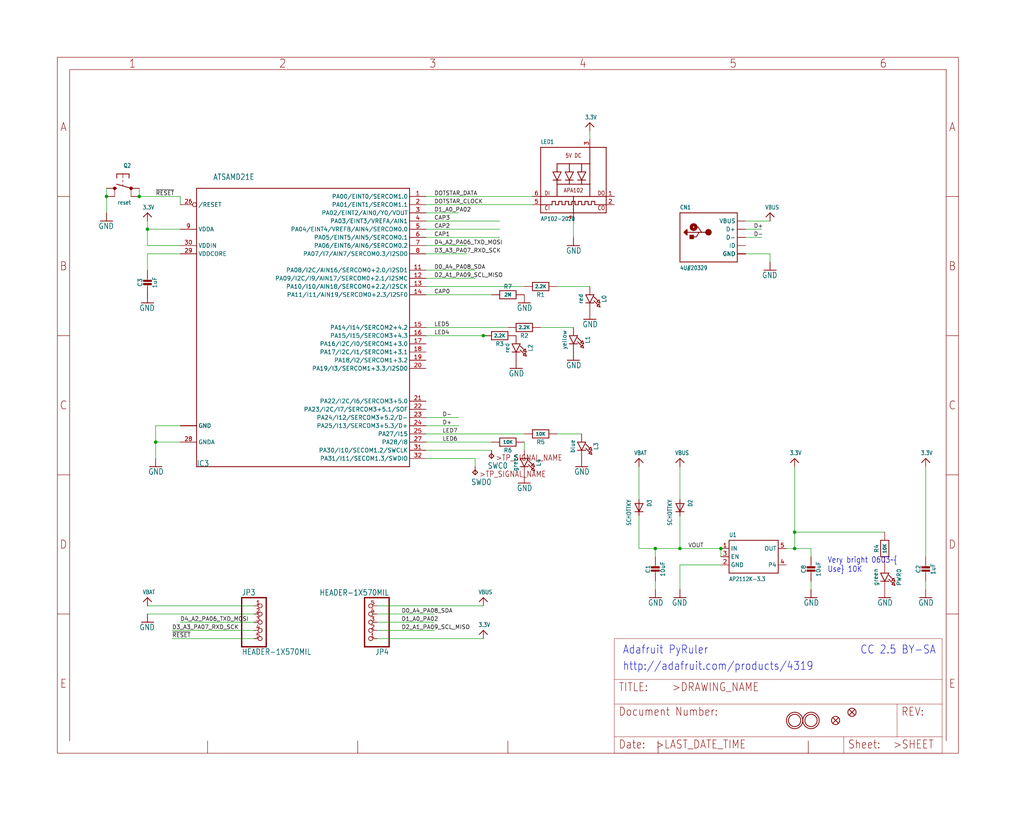
<source format=kicad_sch>
(kicad_sch (version 20211123) (generator eeschema)
  (paper "User" 317.5 254.406)
  (lib_symbols
    (symbol "eagleSchem-eagle-import:3.3V" (power)
      (property "Value" "3.3V" (at -1.524 1.016 0))
      (symbol "3.3V_1_0"
        (polyline (pts (xy -1.27 -1.27) (xy 0 0)) (stroke (width 0.254)))
        (polyline (pts (xy 0 0) (xy 1.27 -1.27)) (stroke (width 0.254)))
        (pin power_in line (at 0 -2.54 90) (length 2.54) (name "3.3V") (number "1"))
      )
    )
    (symbol "eagleSchem-eagle-import:APA1022020"
      (property "Value" "APA1022020" (at -10.16 -12.7 0))
      (symbol "APA1022020_1_0"
        (polyline (pts (xy -10.16 -10.16) (xy 0 -10.16)) (stroke (width 0.254)))
        (polyline (pts (xy -10.16 -7.62) (xy -10.16 -10.16)) (stroke (width 0.254)))
        (polyline (pts (xy -10.16 -7.62) (xy -6.604 -7.62)) (stroke (width 0.254)))
        (polyline (pts (xy -10.16 -5.08) (xy -10.16 -7.62)) (stroke (width 0.254)))
        (polyline (pts (xy -10.16 10.16) (xy -10.16 -5.08)) (stroke (width 0.254)))
        (polyline (pts (xy -6.604 -7.62) (xy -6.604 -6.604)) (stroke (width 0.254)))
        (polyline (pts (xy -6.604 -6.604) (xy -5.588 -6.604)) (stroke (width 0.254)))
        (polyline (pts (xy -6.35 0) (xy -5.08 0)) (stroke (width 0.254)))
        (polyline (pts (xy -6.35 2.54) (xy -5.08 2.54)) (stroke (width 0.254)))
        (polyline (pts (xy -5.588 -7.62) (xy -4.572 -7.62)) (stroke (width 0.254)))
        (polyline (pts (xy -5.588 -6.604) (xy -5.588 -7.62)) (stroke (width 0.254)))
        (polyline (pts (xy -5.08 -5.08) (xy -10.16 -5.08)) (stroke (width 0.254)))
        (polyline (pts (xy -5.08 -5.08) (xy 0 -5.08)) (stroke (width 0.254)))
        (polyline (pts (xy -5.08 -1.27) (xy -5.08 -5.08)) (stroke (width 0.254)))
        (polyline (pts (xy -5.08 0) (xy -6.35 2.54)) (stroke (width 0.254)))
        (polyline (pts (xy -5.08 0) (xy -5.08 -1.27)) (stroke (width 0.254)))
        (polyline (pts (xy -5.08 0) (xy -3.81 2.54)) (stroke (width 0.254)))
        (polyline (pts (xy -5.08 2.54) (xy -3.81 2.54)) (stroke (width 0.254)))
        (polyline (pts (xy -5.08 5.08) (xy -5.08 2.54)) (stroke (width 0.254)))
        (polyline (pts (xy -4.572 -7.62) (xy -4.572 -6.604)) (stroke (width 0.254)))
        (polyline (pts (xy -4.572 -6.604) (xy -3.556 -6.604)) (stroke (width 0.254)))
        (polyline (pts (xy -3.81 0) (xy -5.08 0)) (stroke (width 0.254)))
        (polyline (pts (xy -3.556 -7.62) (xy -2.54 -7.62)) (stroke (width 0.254)))
        (polyline (pts (xy -3.556 -6.604) (xy -3.556 -7.62)) (stroke (width 0.254)))
        (polyline (pts (xy -2.54 -7.62) (xy -2.54 -6.604)) (stroke (width 0.254)))
        (polyline (pts (xy -2.54 -6.604) (xy -1.524 -6.604)) (stroke (width 0.254)))
        (polyline (pts (xy -2.54 0) (xy -1.27 0)) (stroke (width 0.254)))
        (polyline (pts (xy -2.54 2.54) (xy 0 2.54)) (stroke (width 0.254)))
        (polyline (pts (xy -1.524 -7.62) (xy -0.508 -7.62)) (stroke (width 0.254)))
        (polyline (pts (xy -1.524 -6.604) (xy -1.524 -7.62)) (stroke (width 0.254)))
        (polyline (pts (xy -1.27 -1.27) (xy -5.08 -1.27)) (stroke (width 0.254)))
        (polyline (pts (xy -1.27 0) (xy -2.54 2.54)) (stroke (width 0.254)))
        (polyline (pts (xy -1.27 0) (xy -1.27 -1.27)) (stroke (width 0.254)))
        (polyline (pts (xy -1.27 0) (xy 0 0)) (stroke (width 0.254)))
        (polyline (pts (xy -1.27 2.54) (xy -1.27 5.08)) (stroke (width 0.254)))
        (polyline (pts (xy -1.27 5.08) (xy -5.08 5.08)) (stroke (width 0.254)))
        (polyline (pts (xy -0.508 -7.62) (xy -0.508 -6.604)) (stroke (width 0.254)))
        (polyline (pts (xy -0.508 -6.604) (xy 0.508 -6.604)) (stroke (width 0.254)))
        (polyline (pts (xy 0 -10.16) (xy 10.16 -10.16)) (stroke (width 0.254)))
        (polyline (pts (xy 0 -5.08) (xy 0 -10.16)) (stroke (width 0.254)))
        (polyline (pts (xy 0 -5.08) (xy 5.08 -5.08)) (stroke (width 0.254)))
        (polyline (pts (xy 0 2.54) (xy -1.27 0)) (stroke (width 0.254)))
        (polyline (pts (xy 0.508 -7.62) (xy 1.524 -7.62)) (stroke (width 0.254)))
        (polyline (pts (xy 0.508 -6.604) (xy 0.508 -7.62)) (stroke (width 0.254)))
        (polyline (pts (xy 1.27 2.54) (xy 2.54 0)) (stroke (width 0.254)))
        (polyline (pts (xy 1.27 2.54) (xy 2.54 2.54)) (stroke (width 0.254)))
        (polyline (pts (xy 1.524 -7.62) (xy 1.524 -6.604)) (stroke (width 0.254)))
        (polyline (pts (xy 1.524 -6.604) (xy 2.54 -6.604)) (stroke (width 0.254)))
        (polyline (pts (xy 2.54 -7.62) (xy 3.556 -7.62)) (stroke (width 0.254)))
        (polyline (pts (xy 2.54 -6.604) (xy 2.54 -7.62)) (stroke (width 0.254)))
        (polyline (pts (xy 2.54 -1.27) (xy -1.27 -1.27)) (stroke (width 0.254)))
        (polyline (pts (xy 2.54 0) (xy 1.27 0)) (stroke (width 0.254)))
        (polyline (pts (xy 2.54 0) (xy 2.54 -1.27)) (stroke (width 0.254)))
        (polyline (pts (xy 2.54 0) (xy 3.81 0)) (stroke (width 0.254)))
        (polyline (pts (xy 2.54 0) (xy 3.81 2.54)) (stroke (width 0.254)))
        (polyline (pts (xy 2.54 2.54) (xy 2.54 5.08)) (stroke (width 0.254)))
        (polyline (pts (xy 2.54 5.08) (xy -1.27 5.08)) (stroke (width 0.254)))
        (polyline (pts (xy 2.54 5.08) (xy 5.08 5.08)) (stroke (width 0.254)))
        (polyline (pts (xy 3.556 -7.62) (xy 3.556 -6.604)) (stroke (width 0.254)))
        (polyline (pts (xy 3.556 -6.604) (xy 4.572 -6.604)) (stroke (width 0.254)))
        (polyline (pts (xy 3.81 2.54) (xy 2.54 2.54)) (stroke (width 0.254)))
        (polyline (pts (xy 4.572 -7.62) (xy 5.588 -7.62)) (stroke (width 0.254)))
        (polyline (pts (xy 4.572 -6.604) (xy 4.572 -7.62)) (stroke (width 0.254)))
        (polyline (pts (xy 5.08 -5.08) (xy 5.08 -1.27)) (stroke (width 0.254)))
        (polyline (pts (xy 5.08 -5.08) (xy 10.16 -5.08)) (stroke (width 0.254)))
        (polyline (pts (xy 5.08 -1.27) (xy 2.54 -1.27)) (stroke (width 0.254)))
        (polyline (pts (xy 5.08 5.08) (xy 5.08 -1.27)) (stroke (width 0.254)))
        (polyline (pts (xy 5.08 10.16) (xy -10.16 10.16)) (stroke (width 0.254)))
        (polyline (pts (xy 5.08 10.16) (xy 5.08 5.08)) (stroke (width 0.254)))
        (polyline (pts (xy 5.588 -7.62) (xy 5.588 -6.604)) (stroke (width 0.254)))
        (polyline (pts (xy 5.588 -6.604) (xy 6.604 -6.604)) (stroke (width 0.254)))
        (polyline (pts (xy 6.604 -7.62) (xy 10.16 -7.62)) (stroke (width 0.254)))
        (polyline (pts (xy 6.604 -6.604) (xy 6.604 -7.62)) (stroke (width 0.254)))
        (polyline (pts (xy 10.16 -10.16) (xy 10.16 -7.62)) (stroke (width 0.254)))
        (polyline (pts (xy 10.16 -7.62) (xy 10.16 -5.08)) (stroke (width 0.254)))
        (polyline (pts (xy 10.16 -5.08) (xy 10.16 10.16)) (stroke (width 0.254)))
        (polyline (pts (xy 10.16 10.16) (xy 5.08 10.16)) (stroke (width 0.254)))
        (text "5V DC" (at 0 7.62 0) (effects (font (size 1.27 1.0795))))
        (text "APA102" (at 0 -3.175 0) (effects (font (size 1.27 1.0795))))
        (text "CI" (at -8.128 -8.636 0) (effects (font (size 1.27 1.0795))))
        (text "CO" (at 8.636 -8.636 0) (effects (font (size 1.27 1.0795))))
        (text "DI" (at -8.128 -4.064 0) (effects (font (size 1.27 1.0795))))
        (text "DO" (at 8.636 -4.064 0) (effects (font (size 1.27 1.0795))))
        (pin output line (at 12.7 -5.08 180) (length 2.54) (name "DO") (number "1"))
        (pin output line (at 12.7 -7.62 180) (length 2.54) (name "CKO") (number "2"))
        (pin power_in line (at 5.08 12.7 270) (length 2.54) (name "VDD") (number "3"))
        (pin power_in line (at 0 -12.7 90) (length 2.54) (name "GND") (number "4"))
        (pin input line (at -12.7 -7.62 0) (length 2.54) (name "CKI") (number "5"))
        (pin input line (at -12.7 -5.08 0) (length 2.54) (name "DI") (number "6"))
      )
    )
    (symbol "eagleSchem-eagle-import:ATSAMD21E"
      (property "Reference" "IC" (at -35.56 -43.18 0))
      (property "Value" "ATSAMD21E" (at -30.48 45.72 0))
      (symbol "ATSAMD21E_1_0"
        (polyline (pts (xy -35.56 -43.18) (xy -35.56 43.18)) (stroke (width 0.254)))
        (polyline (pts (xy -35.56 43.18) (xy 30.48 43.18)) (stroke (width 0.254)))
        (polyline (pts (xy 30.48 -43.18) (xy -35.56 -43.18)) (stroke (width 0.254)))
        (polyline (pts (xy 30.48 43.18) (xy 30.48 -43.18)) (stroke (width 0.254)))
        (pin bidirectional line (at 35.56 40.64 180) (length 5.08) (name "PA00/EINT0/SERCOM1.0") (number "1"))
        (pin power_in line (at -40.64 -30.48 0) (length 5.08) (name "GND") (number "10"))
        (pin bidirectional line (at 35.56 17.78 180) (length 5.08) (name "PA08/I2C/AIN16/SERCOM0+2.0/I2SD1") (number "11"))
        (pin bidirectional line (at 35.56 15.24 180) (length 5.08) (name "PA09/I2C/I9/AIN17/SERCOM0+2.1/I2SMC") (number "12"))
        (pin bidirectional line (at 35.56 12.7 180) (length 5.08) (name "PA10/I10/AIN18/SERCOM0+2.2/I2SCK") (number "13"))
        (pin bidirectional line (at 35.56 10.16 180) (length 5.08) (name "PA11/I11/AIN19/SERCOM0+2.3/I2SF0") (number "14"))
        (pin bidirectional line (at 35.56 0 180) (length 5.08) (name "PA14/I14/SERCOM2+4.2") (number "15"))
        (pin bidirectional line (at 35.56 -2.54 180) (length 5.08) (name "PA15/I15/SERCOM3+4.3") (number "16"))
        (pin bidirectional line (at 35.56 -5.08 180) (length 5.08) (name "PA16/I2C/I0/SERCOM1+3.0") (number "17"))
        (pin bidirectional line (at 35.56 -7.62 180) (length 5.08) (name "PA17/I2C/I1/SERCOM1+3.1") (number "18"))
        (pin bidirectional line (at 35.56 -10.16 180) (length 5.08) (name "PA18/I2/SERCOM1+3.2") (number "19"))
        (pin bidirectional line (at 35.56 38.1 180) (length 5.08) (name "PA01/EINT1/SERCOM1.1") (number "2"))
        (pin bidirectional line (at 35.56 -12.7 180) (length 5.08) (name "PA19/I3/SERCOM1+3.3/I2SD0") (number "20"))
        (pin bidirectional line (at 35.56 -22.86 180) (length 5.08) (name "PA22/I2C/I6/SERCOM3+5.0") (number "21"))
        (pin bidirectional line (at 35.56 -25.4 180) (length 5.08) (name "PA23/I2C/I7/SERCOM3+5.1/SOF") (number "22"))
        (pin bidirectional line (at 35.56 -27.94 180) (length 5.08) (name "PA24/I12/SERCOM3+5.2/D-") (number "23"))
        (pin bidirectional line (at 35.56 -30.48 180) (length 5.08) (name "PA25/I13/SERCOM3+5.3/D+") (number "24"))
        (pin bidirectional line (at 35.56 -33.02 180) (length 5.08) (name "PA27/I15") (number "25"))
        (pin bidirectional inverted (at -40.64 38.1 0) (length 5.08) (name "/RESET") (number "26"))
        (pin bidirectional line (at 35.56 -35.56 180) (length 5.08) (name "PA28/I8") (number "27"))
        (pin power_in line (at -40.64 -35.56 0) (length 5.08) (name "GNDA") (number "28"))
        (pin power_in line (at -40.64 22.86 0) (length 5.08) (name "VDDCORE") (number "29"))
        (pin bidirectional line (at 35.56 35.56 180) (length 5.08) (name "PA02/EINT2/AIN0/Y0/VOUT") (number "3"))
        (pin power_in line (at -40.64 25.4 0) (length 5.08) (name "VDDIN") (number "30"))
        (pin bidirectional line (at 35.56 -38.1 180) (length 5.08) (name "PA30/I10/SECOM1.2/SWCLK") (number "31"))
        (pin bidirectional line (at 35.56 -40.64 180) (length 5.08) (name "PA31/I11/SECOM1.3/SWDIO") (number "32"))
        (pin power_in line (at -40.64 -30.48 0) (length 5.08) (name "GND") (number "33"))
        (pin bidirectional line (at 35.56 33.02 180) (length 5.08) (name "PA03/EINT3/VREFA/AIN1") (number "4"))
        (pin bidirectional line (at 35.56 30.48 180) (length 5.08) (name "PA04/EINT4/VREFB/AIN4/SERCOM0.0") (number "5"))
        (pin bidirectional line (at 35.56 27.94 180) (length 5.08) (name "PA05/EINT5/AIN5/SERCOM0.1") (number "6"))
        (pin bidirectional line (at 35.56 25.4 180) (length 5.08) (name "PA06/EINT6/AIN6/SERCOM0.2") (number "7"))
        (pin bidirectional line (at 35.56 22.86 180) (length 5.08) (name "PA07/I7/AIN7/SERCOM0.3/I2SD0") (number "8"))
        (pin power_in line (at -40.64 30.48 0) (length 5.08) (name "VDDA") (number "9"))
      )
    )
    (symbol "eagleSchem-eagle-import:CAP_CERAMIC0603_NO"
      (property "Reference" "C" (at -2.29 1.25 90))
      (property "Value" "CAP_CERAMIC0603_NO" (at 2.3 1.25 90))
      (symbol "CAP_CERAMIC0603_NO_1_0"
        (rectangle (start -1.27 0.508) (end 1.27 1.016) (fill (type outline)))
        (rectangle (start -1.27 1.524) (end 1.27 2.032) (fill (type outline)))
        (polyline (pts (xy 0 0.762) (xy 0 0)) (stroke (width 0.1524)))
        (polyline (pts (xy 0 2.54) (xy 0 1.778)) (stroke (width 0.1524)))
        (pin passive line (at 0 5.08 270) (length 2.54) (name "1") (number "1"))
        (pin passive line (at 0 -2.54 90) (length 2.54) (name "2") (number "2"))
      )
    )
    (symbol "eagleSchem-eagle-import:CAP_CERAMIC0805-NOOUTLINE"
      (property "Reference" "C" (at -2.29 1.25 90))
      (property "Value" "CAP_CERAMIC0805-NOOUTLINE" (at 2.3 1.25 90))
      (symbol "CAP_CERAMIC0805-NOOUTLINE_1_0"
        (rectangle (start -1.27 0.508) (end 1.27 1.016) (fill (type outline)))
        (rectangle (start -1.27 1.524) (end 1.27 2.032) (fill (type outline)))
        (polyline (pts (xy 0 0.762) (xy 0 0)) (stroke (width 0.1524)))
        (polyline (pts (xy 0 2.54) (xy 0 1.778)) (stroke (width 0.1524)))
        (pin passive line (at 0 5.08 270) (length 2.54) (name "1") (number "1"))
        (pin passive line (at 0 -2.54 90) (length 2.54) (name "2") (number "2"))
      )
    )
    (symbol "eagleSchem-eagle-import:DIODE_SOD-123FL"
      (property "Reference" "D" (at -2.54 2.54 0))
      (property "Value" "DIODE_SOD-123FL" (at -2.54 -3.81 0))
      (symbol "DIODE_SOD-123FL_1_0"
        (polyline (pts (xy -1.27 -1.27) (xy 1.27 0)) (stroke (width 0.254)))
        (polyline (pts (xy -1.27 1.27) (xy -1.27 -1.27)) (stroke (width 0.254)))
        (polyline (pts (xy 1.27 0) (xy -1.27 1.27)) (stroke (width 0.254)))
        (polyline (pts (xy 1.27 0) (xy 1.27 -1.27)) (stroke (width 0.254)))
        (polyline (pts (xy 1.27 1.27) (xy 1.27 0)) (stroke (width 0.254)))
        (pin passive line (at -2.54 0 0) (length 2.54) (name "A") (number "A"))
        (pin passive line (at 2.54 0 180) (length 2.54) (name "C") (number "C"))
      )
    )
    (symbol "eagleSchem-eagle-import:FIDUCIAL_1MM"
      (symbol "FIDUCIAL_1MM_1_0"
        (polyline (pts (xy -0.762 0.762) (xy 0.762 -0.762)) (stroke (width 0.254)))
        (polyline (pts (xy 0.762 0.762) (xy -0.762 -0.762)) (stroke (width 0.254)))
        (circle (center 0 0) (radius 1.27) (stroke (width 0.254)))
      )
    )
    (symbol "eagleSchem-eagle-import:FRAME_A_L"
      (symbol "FRAME_A_L_1_0"
        (polyline (pts (xy 0 43.18) (xy 3.81 43.18)))
        (polyline (pts (xy 0 86.36) (xy 3.81 86.36)))
        (polyline (pts (xy 0 129.54) (xy 3.81 129.54)))
        (polyline (pts (xy 0 172.72) (xy 3.81 172.72)))
        (polyline (pts (xy 3.81 3.81) (xy 3.81 212.09)))
        (polyline (pts (xy 46.5667 0) (xy 46.5667 3.81)))
        (polyline (pts (xy 93.1333 0) (xy 93.1333 3.81)))
        (polyline (pts (xy 139.7 0) (xy 139.7 3.81)))
        (polyline (pts (xy 186.2667 0) (xy 186.2667 3.81)))
        (polyline (pts (xy 232.8333 0) (xy 232.8333 3.81)))
        (polyline (pts (xy 275.59 3.81) (xy 275.59 212.09)))
        (polyline (pts (xy 275.59 43.18) (xy 279.4 43.18)))
        (polyline (pts (xy 275.59 86.36) (xy 279.4 86.36)))
        (polyline (pts (xy 275.59 129.54) (xy 279.4 129.54)))
        (polyline (pts (xy 275.59 172.72) (xy 279.4 172.72)))
        (polyline (pts (xy 275.59 212.09) (xy 3.81 212.09)))
        (polyline (pts (xy 0 0) (xy 279.4 0) (xy 279.4 215.9) (xy 0 215.9) (xy 0 0)))
        (text "1" (at 23.2833 213.995 0) (effects (font (size 2.54 2.286))))
        (text "2" (at 69.85 213.995 0) (effects (font (size 2.54 2.286))))
        (text "3" (at 116.4167 213.995 0) (effects (font (size 2.54 2.286))))
        (text "4" (at 162.9833 213.995 0) (effects (font (size 2.54 2.286))))
        (text "5" (at 209.55 213.995 0) (effects (font (size 2.54 2.286))))
        (text "6" (at 256.1167 213.995 0) (effects (font (size 2.54 2.286))))
        (text "A" (at 1.905 194.31 0) (effects (font (size 2.54 2.286))))
        (text "A" (at 277.495 194.31 0) (effects (font (size 2.54 2.286))))
        (text "B" (at 1.905 151.13 0) (effects (font (size 2.54 2.286))))
        (text "B" (at 277.495 151.13 0) (effects (font (size 2.54 2.286))))
        (text "C" (at 1.905 107.95 0) (effects (font (size 2.54 2.286))))
        (text "C" (at 277.495 107.95 0) (effects (font (size 2.54 2.286))))
        (text "D" (at 1.905 64.77 0) (effects (font (size 2.54 2.286))))
        (text "D" (at 277.495 64.77 0) (effects (font (size 2.54 2.286))))
        (text "E" (at 1.905 21.59 0) (effects (font (size 2.54 2.286))))
        (text "E" (at 277.495 21.59 0) (effects (font (size 2.54 2.286))))
      )
      (symbol "FRAME_A_L_2_0"
        (polyline (pts (xy 0 0) (xy 0 5.08)) (stroke (width 0.1016)))
        (polyline (pts (xy 0 0) (xy 71.12 0)) (stroke (width 0.1016)))
        (polyline (pts (xy 0 5.08) (xy 0 15.24)) (stroke (width 0.1016)))
        (polyline (pts (xy 0 5.08) (xy 71.12 5.08)) (stroke (width 0.1016)))
        (polyline (pts (xy 0 15.24) (xy 0 22.86)) (stroke (width 0.1016)))
        (polyline (pts (xy 0 22.86) (xy 0 35.56)) (stroke (width 0.1016)))
        (polyline (pts (xy 0 22.86) (xy 101.6 22.86)) (stroke (width 0.1016)))
        (polyline (pts (xy 71.12 0) (xy 101.6 0)) (stroke (width 0.1016)))
        (polyline (pts (xy 71.12 5.08) (xy 71.12 0)) (stroke (width 0.1016)))
        (polyline (pts (xy 71.12 5.08) (xy 87.63 5.08)) (stroke (width 0.1016)))
        (polyline (pts (xy 87.63 5.08) (xy 101.6 5.08)) (stroke (width 0.1016)))
        (polyline (pts (xy 87.63 15.24) (xy 0 15.24)) (stroke (width 0.1016)))
        (polyline (pts (xy 87.63 15.24) (xy 87.63 5.08)) (stroke (width 0.1016)))
        (polyline (pts (xy 101.6 5.08) (xy 101.6 0)) (stroke (width 0.1016)))
        (polyline (pts (xy 101.6 15.24) (xy 87.63 15.24)) (stroke (width 0.1016)))
        (polyline (pts (xy 101.6 15.24) (xy 101.6 5.08)) (stroke (width 0.1016)))
        (polyline (pts (xy 101.6 22.86) (xy 101.6 15.24)) (stroke (width 0.1016)))
        (polyline (pts (xy 101.6 35.56) (xy 0 35.56)) (stroke (width 0.1016)))
        (polyline (pts (xy 101.6 35.56) (xy 101.6 22.86)) (stroke (width 0.1016)))
        (text ">DRAWING_NAME" (at 17.78 19.05 0) (effects (font (size 2.54 2.159)) (justify left bottom)))
        (text ">LAST_DATE_TIME" (at 12.7 1.27 0) (effects (font (size 2.54 2.159)) (justify left bottom)))
        (text ">SHEET" (at 86.36 1.27 0) (effects (font (size 2.54 2.159)) (justify left bottom)))
        (text "Date:" (at 1.27 1.27 0) (effects (font (size 2.54 2.159)) (justify left bottom)))
        (text "Document Number:" (at 1.27 11.43 0) (effects (font (size 2.54 2.159)) (justify left bottom)))
        (text "REV:" (at 88.9 11.43 0) (effects (font (size 2.54 2.159)) (justify left bottom)))
        (text "Sheet:" (at 72.39 1.27 0) (effects (font (size 2.54 2.159)) (justify left bottom)))
        (text "TITLE:" (at 1.27 19.05 0) (effects (font (size 2.54 2.159)) (justify left bottom)))
      )
    )
    (symbol "eagleSchem-eagle-import:GND" (power)
      (property "Value" "GND" (at -2.54 -2.54 0))
      (symbol "GND_1_0"
        (polyline (pts (xy -1.905 0) (xy 1.905 0)) (stroke (width 0.254)))
        (pin power_in line (at 0 2.54 270) (length 2.54) (name "GND") (number "1"))
      )
    )
    (symbol "eagleSchem-eagle-import:HEADER-1X570MIL"
      (property "Reference" "JP" (at -6.35 8.255 0))
      (property "Value" "HEADER-1X570MIL" (at -6.35 -10.16 0))
      (symbol "HEADER-1X570MIL_1_0"
        (polyline (pts (xy -6.35 -7.62) (xy 1.27 -7.62)) (stroke (width 0.4064)))
        (polyline (pts (xy -6.35 7.62) (xy -6.35 -7.62)) (stroke (width 0.4064)))
        (polyline (pts (xy 1.27 -7.62) (xy 1.27 7.62)) (stroke (width 0.4064)))
        (polyline (pts (xy 1.27 7.62) (xy -6.35 7.62)) (stroke (width 0.4064)))
        (pin passive inverted (at -2.54 5.08 0) (length 2.54) (name "1") (number "1"))
        (pin passive inverted (at -2.54 2.54 0) (length 2.54) (name "2") (number "2"))
        (pin passive inverted (at -2.54 0 0) (length 2.54) (name "3") (number "3"))
        (pin passive inverted (at -2.54 -2.54 0) (length 2.54) (name "4") (number "4"))
        (pin passive inverted (at -2.54 -5.08 0) (length 2.54) (name "5") (number "5"))
      )
    )
    (symbol "eagleSchem-eagle-import:LED0603_NOOUTLINE"
      (property "Reference" "D" (at -1.27 4.445 0))
      (property "Value" "LED0603_NOOUTLINE" (at -1.27 -2.794 0))
      (symbol "LED0603_NOOUTLINE_1_0"
        (polyline (pts (xy -2.54 -1.27) (xy 0 0)) (stroke (width 0.254)))
        (polyline (pts (xy -2.54 1.27) (xy -2.54 -1.27)) (stroke (width 0.254)))
        (polyline (pts (xy -1.905 1.27) (xy -0.635 2.54)) (stroke (width 0.254)))
        (polyline (pts (xy -0.9525 2.8575) (xy -0.3175 2.2225)) (stroke (width 0.254)))
        (polyline (pts (xy -0.635 1.27) (xy 0.635 2.54)) (stroke (width 0.254)))
        (polyline (pts (xy -0.3175 2.2225) (xy 0 3.175)) (stroke (width 0.254)))
        (polyline (pts (xy 0 0) (xy -2.54 1.27)) (stroke (width 0.254)))
        (polyline (pts (xy 0 0) (xy 0 -1.27)) (stroke (width 0.254)))
        (polyline (pts (xy 0 1.27) (xy 0 0)) (stroke (width 0.254)))
        (polyline (pts (xy 0 3.175) (xy -0.9525 2.8575)) (stroke (width 0.254)))
        (polyline (pts (xy 0.3175 2.8575) (xy 0.9525 2.2225)) (stroke (width 0.254)))
        (polyline (pts (xy 0.9525 2.2225) (xy 1.27 3.175)) (stroke (width 0.254)))
        (polyline (pts (xy 1.27 3.175) (xy 0.3175 2.8575)) (stroke (width 0.254)))
        (pin passive line (at -5.08 0 0) (length 2.54) (name "A") (number "A"))
        (pin passive line (at 2.54 0 180) (length 2.54) (name "C") (number "C"))
      )
    )
    (symbol "eagleSchem-eagle-import:MOUNTINGHOLE2.0"
      (symbol "MOUNTINGHOLE2.0_1_0"
        (circle (center 0 0) (radius 1.905) (stroke (width 0.254)))
        (circle (center 0 0) (radius 2.54) (stroke (width 0.254)))
      )
    )
    (symbol "eagleSchem-eagle-import:RESISTOR_0603_NOOUT"
      (property "Reference" "R" (at 0 2.54 0))
      (property "Value" "RESISTOR_0603_NOOUT" (at 0 0 0))
      (symbol "RESISTOR_0603_NOOUT_1_0"
        (polyline (pts (xy -2.54 -1.27) (xy -2.54 1.27)) (stroke (width 0.254)))
        (polyline (pts (xy -2.54 1.27) (xy 2.54 1.27)) (stroke (width 0.254)))
        (polyline (pts (xy 2.54 -1.27) (xy -2.54 -1.27)) (stroke (width 0.254)))
        (polyline (pts (xy 2.54 1.27) (xy 2.54 -1.27)) (stroke (width 0.254)))
        (pin passive line (at -5.08 0 0) (length 2.54) (name "1") (number "1"))
        (pin passive line (at 5.08 0 180) (length 2.54) (name "2") (number "2"))
      )
    )
    (symbol "eagleSchem-eagle-import:SWITCH_TACT_SMT4.6X2.8"
      (property "Reference" "SW" (at -2.54 6.35 0))
      (property "Value" "SWITCH_TACT_SMT4.6X2.8" (at -2.54 -5.08 0))
      (symbol "SWITCH_TACT_SMT4.6X2.8_1_0"
        (circle (center -2.54 0) (radius 0.127) (stroke (width 0.4064)))
        (polyline (pts (xy -2.54 -2.54) (xy -2.54 0)) (stroke (width 0.1524)))
        (polyline (pts (xy -2.54 0) (xy 1.905 1.27)) (stroke (width 0.254)))
        (polyline (pts (xy -1.905 4.445) (xy -1.905 3.175)) (stroke (width 0.254)))
        (polyline (pts (xy 0 1.27) (xy 0 0.635)) (stroke (width 0.1524)))
        (polyline (pts (xy 0 2.54) (xy 0 1.905)) (stroke (width 0.1524)))
        (polyline (pts (xy 0 4.445) (xy -1.905 4.445)) (stroke (width 0.254)))
        (polyline (pts (xy 0 4.445) (xy 0 3.175)) (stroke (width 0.1524)))
        (polyline (pts (xy 1.905 0) (xy 2.54 0)) (stroke (width 0.254)))
        (polyline (pts (xy 1.905 4.445) (xy 0 4.445)) (stroke (width 0.254)))
        (polyline (pts (xy 1.905 4.445) (xy 1.905 3.175)) (stroke (width 0.254)))
        (polyline (pts (xy 2.54 -2.54) (xy 2.54 0)) (stroke (width 0.1524)))
        (circle (center 2.54 0) (radius 0.127) (stroke (width 0.4064)))
        (pin passive line (at -5.08 0 0) (length 2.54) (name "P") (number "A"))
        (pin passive line (at -5.08 -2.54 0) (length 2.54) (name "P1") (number "A'"))
        (pin passive line (at 5.08 0 180) (length 2.54) (name "S") (number "B"))
        (pin passive line (at 5.08 -2.54 180) (length 2.54) (name "S1") (number "B'"))
      )
    )
    (symbol "eagleSchem-eagle-import:TPB1,27"
      (property "Reference" "TP" (at -1.27 1.27 0))
      (symbol "TPB1,27_1_0"
        (polyline (pts (xy -0.762 -0.762) (xy 0 0)) (stroke (width 0.254)))
        (polyline (pts (xy 0 -1.524) (xy -0.762 -0.762)) (stroke (width 0.254)))
        (polyline (pts (xy 0 0) (xy 0.762 -0.762)) (stroke (width 0.254)))
        (polyline (pts (xy 0.762 -0.762) (xy 0 -1.524)) (stroke (width 0.254)))
        (text ">TP_SIGNAL_NAME" (at 1.27 -1.27 0) (effects (font (size 1.778 1.5113)) (justify left bottom)))
        (pin input line (at 0 -2.54 90) (length 2.54) (name "TP") (number "TP"))
      )
    )
    (symbol "eagleSchem-eagle-import:USB_MICRO_NARROW"
      (property "Reference" "X" (at -10.16 8.636 0))
      (property "Value" "USB_MICRO_NARROW" (at -10.16 -10.16 0))
      (symbol "USB_MICRO_NARROW_1_0"
        (rectangle (start -7.12 -0.45) (end -5.92 0.75) (fill (type outline)))
        (circle (center -5.92 3.2) (radius 0.2) (stroke (width 1)))
        (circle (center -1.32 1.6) (radius 0.5) (stroke (width 1)))
        (polyline (pts (xy -10.2 7.62) (xy -10.16 7.62)) (stroke (width 0.254)))
        (polyline (pts (xy -10.16 -7.62) (xy 7.62 -7.62)) (stroke (width 0.254)))
        (polyline (pts (xy -10.16 7.62) (xy -10.16 -7.62)) (stroke (width 0.254)))
        (polyline (pts (xy -10.16 7.62) (xy 7.62 7.62)) (stroke (width 0.254)))
        (polyline (pts (xy -8.92 1.6) (xy -8.12 2.4)) (stroke (width 0.254)))
        (polyline (pts (xy -8.52 1.4) (xy -8.32 1.2)) (stroke (width 0.254)))
        (polyline (pts (xy -8.52 1.6) (xy -8.52 1.4)) (stroke (width 0.254)))
        (polyline (pts (xy -8.32 1.2) (xy -8.32 2)) (stroke (width 0.254)))
        (polyline (pts (xy -8.32 2) (xy -8.72 1.6)) (stroke (width 0.254)))
        (polyline (pts (xy -8.12 0.8) (xy -8.92 1.6)) (stroke (width 0.254)))
        (polyline (pts (xy -8.12 1) (xy -8.12 2.4)) (stroke (width 0.254)))
        (polyline (pts (xy -8.12 2.4) (xy -7.92 2.4)) (stroke (width 0.254)))
        (polyline (pts (xy -7.92 0.8) (xy -8.12 0.8)) (stroke (width 0.254)))
        (polyline (pts (xy -7.92 1.6) (xy -7.92 0.8)) (stroke (width 0.254)))
        (polyline (pts (xy -7.92 2.4) (xy -7.92 1.6)) (stroke (width 0.254)))
        (polyline (pts (xy -6.27 0.15) (xy -5.07 0.15)) (stroke (width 0.254)))
        (polyline (pts (xy -5.52 3.2) (xy -4.52 3.2)) (stroke (width 0.254)))
        (polyline (pts (xy -5.07 0.15) (xy -4.22 1.6)) (stroke (width 0.254)))
        (polyline (pts (xy -4.52 3.2) (xy -3.47 1.6)) (stroke (width 0.254)))
        (polyline (pts (xy -4.22 1.6) (xy -7.92 1.6)) (stroke (width 0.254)))
        (polyline (pts (xy -3.47 1.6) (xy -4.22 1.6)) (stroke (width 0.254)))
        (polyline (pts (xy -1.32 1.6) (xy -3.47 1.6)) (stroke (width 0.254)))
        (polyline (pts (xy 7.62 7.62) (xy 7.62 -7.62)) (stroke (width 0.254)))
        (pin power_in line (at 10.16 -5.08 180) (length 2.54) (name "GND") (number "BASE@1"))
        (pin power_in line (at 10.16 -5.08 180) (length 2.54) (name "GND") (number "BASE@2"))
        (pin bidirectional line (at 10.16 2.54 180) (length 2.54) (name "D+") (number "D+"))
        (pin bidirectional line (at 10.16 0 180) (length 2.54) (name "D-") (number "D-"))
        (pin power_in line (at 10.16 -5.08 180) (length 2.54) (name "GND") (number "GND"))
        (pin bidirectional line (at 10.16 -2.54 180) (length 2.54) (name "ID") (number "ID"))
        (pin power_in line (at 10.16 -5.08 180) (length 2.54) (name "GND") (number "SPRT@1"))
        (pin power_in line (at 10.16 -5.08 180) (length 2.54) (name "GND") (number "SPRT@2"))
        (pin power_in line (at 10.16 -5.08 180) (length 2.54) (name "GND") (number "SPRT@3"))
        (pin power_in line (at 10.16 -5.08 180) (length 2.54) (name "GND") (number "SPRT@4"))
        (pin power_in line (at 10.16 5.08 180) (length 2.54) (name "VBUS") (number "VBUS"))
      )
    )
    (symbol "eagleSchem-eagle-import:VBAT" (power)
      (property "Value" "VBAT" (at -1.524 1.016 0))
      (symbol "VBAT_1_0"
        (polyline (pts (xy -1.27 -1.27) (xy 0 0)) (stroke (width 0.254)))
        (polyline (pts (xy 0 0) (xy 1.27 -1.27)) (stroke (width 0.254)))
        (pin power_in line (at 0 -2.54 90) (length 2.54) (name "VBAT") (number "1"))
      )
    )
    (symbol "eagleSchem-eagle-import:VBUS" (power)
      (property "Value" "VBUS" (at -1.524 1.016 0))
      (symbol "VBUS_1_0"
        (polyline (pts (xy -1.27 -1.27) (xy 0 0)) (stroke (width 0.254)))
        (polyline (pts (xy 0 0) (xy 1.27 -1.27)) (stroke (width 0.254)))
        (pin power_in line (at 0 -2.54 90) (length 2.54) (name "VBUS") (number "1"))
      )
    )
    (symbol "eagleSchem-eagle-import:VREG_SOT23-5"
      (property "Reference" "U" (at -7.62 6.096 0))
      (property "Value" "VREG_SOT23-5" (at -7.62 -7.62 0))
      (symbol "VREG_SOT23-5_1_0"
        (polyline (pts (xy -7.62 -5.08) (xy -7.62 5.08)) (stroke (width 0.254)))
        (polyline (pts (xy -7.62 5.08) (xy 7.62 5.08)) (stroke (width 0.254)))
        (polyline (pts (xy 7.62 -5.08) (xy -7.62 -5.08)) (stroke (width 0.254)))
        (polyline (pts (xy 7.62 5.08) (xy 7.62 -5.08)) (stroke (width 0.254)))
        (pin power_in line (at -10.16 2.54 0) (length 2.54) (name "IN") (number "1"))
        (pin power_in line (at -10.16 -2.54 0) (length 2.54) (name "GND") (number "2"))
        (pin input line (at -10.16 0 0) (length 2.54) (name "EN") (number "3"))
        (pin bidirectional line (at 10.16 -2.54 180) (length 2.54) (name "P4") (number "4"))
        (pin power_in line (at 10.16 2.54 180) (length 2.54) (name "OUT") (number "5"))
      )
    )
  )
  (junction (at 43.18 60.96))
  (junction (at 33.02 60.96))
  (junction (at 203.2 170.18))
  (junction (at 149.86 104.14))
  (junction (at 246.38 170.18))
  (junction (at 210.82 170.18))
  (junction (at 48.26 137.16))
  (junction (at 246.38 165.1))
  (junction (at 223.52 170.18))
  (junction (at 45.72 71.12))
  (wire (pts (xy 287.02 144.78) (xy 287.02 172.72)))
  (wire (pts (xy 55.88 132.08) (xy 48.26 132.08)))
  (wire (pts (xy 116.84 187.96) (xy 149.86 187.96)))
  (wire (pts (xy 203.2 182.88) (xy 203.2 180.34)))
  (wire (pts (xy 55.88 60.96) (xy 55.88 63.5)))
  (wire (pts (xy 177.8 68.58) (xy 177.8 73.66)))
  (wire (pts (xy 142.24 132.08) (xy 132.08 132.08)))
  (wire (pts (xy 132.08 66.04) (xy 142.24 66.04)))
  (wire (pts (xy 55.88 76.2) (xy 45.72 76.2)))
  (wire (pts (xy 251.46 182.88) (xy 251.46 180.34)))
  (wire (pts (xy 132.08 63.5) (xy 165.1 63.5)))
  (wire (pts (xy 55.88 71.12) (xy 45.72 71.12)))
  (wire (pts (xy 147.32 86.36) (xy 132.08 86.36)))
  (wire (pts (xy 172.72 134.62) (xy 180.34 134.62)))
  (wire (pts (xy 132.08 91.44) (xy 152.4 91.44)))
  (wire (pts (xy 231.14 71.12) (xy 236.22 71.12)))
  (wire (pts (xy 246.38 170.18) (xy 243.84 170.18)))
  (wire (pts (xy 182.88 43.18) (xy 182.88 40.64)))
  (wire (pts (xy 132.08 71.12) (xy 154.94 71.12)))
  (wire (pts (xy 287.02 182.88) (xy 287.02 180.34)))
  (wire (pts (xy 144.78 76.2) (xy 132.08 76.2)))
  (wire (pts (xy 246.38 165.1) (xy 274.32 165.1)))
  (wire (pts (xy 134.62 193.04) (xy 116.84 193.04)))
  (wire (pts (xy 210.82 154.94) (xy 210.82 144.78)))
  (wire (pts (xy 198.12 170.18) (xy 198.12 160.02)))
  (wire (pts (xy 132.08 134.62) (xy 162.56 134.62)))
  (wire (pts (xy 45.72 78.74) (xy 45.72 83.82)))
  (wire (pts (xy 223.52 175.26) (xy 210.82 175.26)))
  (wire (pts (xy 45.72 71.12) (xy 45.72 68.58)))
  (wire (pts (xy 132.08 137.16) (xy 152.4 137.16)))
  (wire (pts (xy 238.76 68.58) (xy 231.14 68.58)))
  (wire (pts (xy 132.08 88.9) (xy 162.56 88.9)))
  (wire (pts (xy 246.38 170.18) (xy 251.46 170.18)))
  (wire (pts (xy 116.84 190.5) (xy 134.62 190.5)))
  (wire (pts (xy 231.14 73.66) (xy 236.22 73.66)))
  (wire (pts (xy 246.38 170.18) (xy 246.38 165.1)))
  (wire (pts (xy 132.08 68.58) (xy 154.94 68.58)))
  (wire (pts (xy 132.08 104.14) (xy 149.86 104.14)))
  (wire (pts (xy 132.08 83.82) (xy 147.32 83.82)))
  (wire (pts (xy 43.18 60.96) (xy 55.88 60.96)))
  (wire (pts (xy 162.56 137.16) (xy 162.56 139.7)))
  (wire (pts (xy 238.76 78.74) (xy 238.76 81.28)))
  (wire (pts (xy 172.72 88.9) (xy 182.88 88.9)))
  (wire (pts (xy 132.08 60.96) (xy 165.1 60.96)))
  (wire (pts (xy 147.32 142.24) (xy 147.32 144.78)))
  (wire (pts (xy 132.08 142.24) (xy 147.32 142.24)))
  (wire (pts (xy 246.38 144.78) (xy 246.38 165.1)))
  (wire (pts (xy 198.12 144.78) (xy 198.12 154.94)))
  (wire (pts (xy 134.62 195.58) (xy 116.84 195.58)))
  (wire (pts (xy 223.52 172.72) (xy 223.52 170.18)))
  (wire (pts (xy 149.86 104.14) (xy 152.4 104.14)))
  (wire (pts (xy 132.08 139.7) (xy 152.4 139.7)))
  (wire (pts (xy 167.64 101.6) (xy 177.8 101.6)))
  (wire (pts (xy 48.26 137.16) (xy 48.26 142.24)))
  (wire (pts (xy 203.2 172.72) (xy 203.2 170.18)))
  (wire (pts (xy 43.18 60.96) (xy 43.18 58.42)))
  (wire (pts (xy 48.26 132.08) (xy 48.26 137.16)))
  (wire (pts (xy 203.2 170.18) (xy 198.12 170.18)))
  (wire (pts (xy 149.86 198.12) (xy 116.84 198.12)))
  (wire (pts (xy 210.82 170.18) (xy 203.2 170.18)))
  (wire (pts (xy 210.82 175.26) (xy 210.82 182.88)))
  (wire (pts (xy 251.46 170.18) (xy 251.46 172.72)))
  (wire (pts (xy 231.14 78.74) (xy 238.76 78.74)))
  (wire (pts (xy 78.74 190.5) (xy 45.72 190.5)))
  (wire (pts (xy 132.08 78.74) (xy 144.78 78.74)))
  (wire (pts (xy 78.74 198.12) (xy 53.34 198.12)))
  (wire (pts (xy 55.88 137.16) (xy 48.26 137.16)))
  (wire (pts (xy 210.82 160.02) (xy 210.82 170.18)))
  (wire (pts (xy 132.08 101.6) (xy 157.48 101.6)))
  (wire (pts (xy 78.74 187.96) (xy 45.72 187.96)))
  (wire (pts (xy 132.08 129.54) (xy 142.24 129.54)))
  (wire (pts (xy 33.02 58.42) (xy 33.02 60.96)))
  (wire (pts (xy 33.02 66.04) (xy 33.02 60.96)))
  (wire (pts (xy 78.74 195.58) (xy 53.34 195.58)))
  (wire (pts (xy 210.82 170.18) (xy 223.52 170.18)))
  (wire (pts (xy 45.72 76.2) (xy 45.72 71.12)))
  (wire (pts (xy 55.88 78.74) (xy 45.72 78.74)))
  (wire (pts (xy 78.74 193.04) (xy 55.88 193.04)))
  (wire (pts (xy 132.08 73.66) (xy 154.94 73.66)))
  (text "CC 2.5 BY-SA" (at 266.7 203.2 180) (effects (font (size 2.54 2.159)) (justify left bottom)))
  (text "Adafruit PyRuler" (at 193.04 203.2 180) (effects (font (size 2.54 2.159)) (justify left bottom)))
  (text "Very bright 0603~{\nUse} 10K" (at 256.54 177.8 180) (effects (font (size 1.778 1.5113)) (justify left bottom)))
  (text "http://adafruit.com/products/4319" (at 193.04 208.28 180) (effects (font (size 2.54 2.159)) (justify left bottom)))
  (label "D4_A2_PA06_TXD_MOSI" (at 55.88 193.04 0) (effects (font (size 1.2446 1.2446))))
  (label "CAP1" (at 134.62 73.66 0) (effects (font (size 1.2446 1.2446))))
  (label "LED7" (at 137.16 134.62 0) (effects (font (size 1.2446 1.2446))))
  (label "D+" (at 233.68 71.12 0) (effects (font (size 1.2446 1.2446))))
  (label "D0_A4_PA08_SDA" (at 134.62 83.82 0) (effects (font (size 1.2446 1.2446))))
  (label "DOTSTAR_DATA" (at 134.62 60.96 0) (effects (font (size 1.2446 1.2446))))
  (label "VOUT" (at 213.36 170.18 0) (effects (font (size 1.2446 1.2446))))
  (label "CAP3" (at 134.62 68.58 0) (effects (font (size 1.2446 1.2446))))
  (label "D+" (at 137.16 132.08 0) (effects (font (size 1.2446 1.2446))))
  (label "D-" (at 137.16 129.54 0) (effects (font (size 1.2446 1.2446))))
  (label "CAP0" (at 134.62 91.44 0) (effects (font (size 1.2446 1.2446))))
  (label "~{RESET}" (at 48.26 60.96 0) (effects (font (size 1.2446 1.2446))))
  (label "D1_A0_PA02" (at 124.46 193.04 0) (effects (font (size 1.2446 1.2446))))
  (label "D-" (at 233.68 73.66 0) (effects (font (size 1.2446 1.2446))))
  (label "D2_A1_PA09_SCL_MISO" (at 124.46 195.58 0) (effects (font (size 1.2446 1.2446))))
  (label "D1_A0_PA02" (at 134.62 66.04 0) (effects (font (size 1.2446 1.2446))))
  (label "LED5" (at 134.62 101.6 0) (effects (font (size 1.2446 1.2446))))
  (label "CAP2" (at 134.62 71.12 0) (effects (font (size 1.2446 1.2446))))
  (label "D0_A4_PA08_SDA" (at 124.46 190.5 0) (effects (font (size 1.2446 1.2446))))
  (label "D3_A3_PA07_RXD_SCK" (at 134.62 78.74 0) (effects (font (size 1.2446 1.2446))))
  (label "D3_A3_PA07_RXD_SCK" (at 53.34 195.58 0) (effects (font (size 1.2446 1.2446))))
  (label "D4_A2_PA06_TXD_MOSI" (at 134.62 76.2 0) (effects (font (size 1.2446 1.2446))))
  (label "LED4" (at 134.62 104.14 0) (effects (font (size 1.2446 1.2446))))
  (label "LED6" (at 137.16 137.16 0) (effects (font (size 1.2446 1.2446))))
  (label "D2_A1_PA09_SCL_MISO" (at 134.62 86.36 0) (effects (font (size 1.2446 1.2446))))
  (label "DOTSTAR_CLOCK" (at 134.62 63.5 0) (effects (font (size 1.2446 1.2446))))
  (label "~{RESET}" (at 53.34 198.12 0) (effects (font (size 1.2446 1.2446))))
  (symbol (lib_id "eagleSchem-eagle-import:MOUNTINGHOLE2.0") (at 251.46 223.52 0) (unit 1)
    (property "Reference" "U$8" (effects hide))
    (property "Value" "MOUNTINGHOLE2.0" (effects hide))
    (property "Footprint" "eagleSchem:MOUNTINGHOLE_2.0_PLATED" (effects hide))
  )
  (symbol (lib_id "eagleSchem-eagle-import:HEADER-1X570MIL") (at 81.28 193.04 0) (unit 1)
    (property "Reference" "JP3" (at 74.93 184.785 0) (effects (font (size 1.778 1.5113)) (justify left bottom)))
    (property "Value" "HEADER-1X570MIL" (at 74.93 203.2 0) (effects (font (size 1.778 1.5113)) (justify left bottom)))
    (property "Footprint" "eagleSchem:1X05_ROUND_70" (effects hide))
  )
  (symbol (lib_id "eagleSchem-eagle-import:FIDUCIAL_1MM") (at 264.16 220.98 0) (unit 1)
    (property "Reference" "U$1" (effects hide))
    (property "Value" "FIDUCIAL_1MM" (effects hide))
    (property "Footprint" "eagleSchem:FIDUCIAL_1MM" (effects hide))
  )
  (symbol (lib_id "eagleSchem-eagle-import:3.3V") (at 287.02 142.24 0) (unit 1)
    (property "Reference" "#U$17" (effects hide))
    (property "Value" "3.3V" (at 285.496 141.224 0) (effects (font (size 1.27 1.0795)) (justify left bottom)))
    (property "Footprint" "eagleSchem:" (effects hide))
  )
  (symbol (lib_id "eagleSchem-eagle-import:LED0603_NOOUTLINE") (at 274.32 180.34 270) (unit 1)
    (property "Reference" "PWR0" (at 278.765 179.07 0))
    (property "Value" "green" (at 271.526 179.07 0))
    (property "Footprint" "eagleSchem:CHIPLED_0603_NOOUTLINE" (effects hide))
  )
  (symbol (lib_id "eagleSchem-eagle-import:GND") (at 210.82 185.42 0) (unit 1)
    (property "Reference" "#GND11" (effects hide))
    (property "Value" "GND" (at 208.28 187.96 0) (effects (font (size 1.778 1.5113)) (justify left bottom)))
    (property "Footprint" "eagleSchem:" (effects hide))
  )
  (symbol (lib_id "eagleSchem-eagle-import:CAP_CERAMIC0603_NO") (at 45.72 88.9 0) (unit 1)
    (property "Reference" "C3" (at 43.43 87.65 90))
    (property "Value" "1uF" (at 48.02 87.65 90))
    (property "Footprint" "eagleSchem:0603-NO" (effects hide))
  )
  (symbol (lib_id "eagleSchem-eagle-import:GND") (at 182.88 99.06 0) (mirror y) (unit 1)
    (property "Reference" "#GND4" (effects hide))
    (property "Value" "GND" (at 185.42 101.6 0) (effects (font (size 1.778 1.5113)) (justify left bottom)))
    (property "Footprint" "eagleSchem:" (effects hide))
  )
  (symbol (lib_id "eagleSchem-eagle-import:GND") (at 287.02 185.42 0) (mirror y) (unit 1)
    (property "Reference" "#GND5" (effects hide))
    (property "Value" "GND" (at 289.56 187.96 0) (effects (font (size 1.778 1.5113)) (justify left bottom)))
    (property "Footprint" "eagleSchem:" (effects hide))
  )
  (symbol (lib_id "eagleSchem-eagle-import:GND") (at 162.56 93.98 0) (mirror y) (unit 1)
    (property "Reference" "#GND15" (effects hide))
    (property "Value" "GND" (at 165.1 96.52 0) (effects (font (size 1.778 1.5113)) (justify left bottom)))
    (property "Footprint" "eagleSchem:" (effects hide))
  )
  (symbol (lib_id "eagleSchem-eagle-import:GND") (at 251.46 185.42 0) (mirror y) (unit 1)
    (property "Reference" "#GND12" (effects hide))
    (property "Value" "GND" (at 254 187.96 0) (effects (font (size 1.778 1.5113)) (justify left bottom)))
    (property "Footprint" "eagleSchem:" (effects hide))
  )
  (symbol (lib_id "eagleSchem-eagle-import:3.3V") (at 149.86 195.58 0) (unit 1)
    (property "Reference" "#U$15" (effects hide))
    (property "Value" "3.3V" (at 148.336 194.564 0) (effects (font (size 1.27 1.0795)) (justify left bottom)))
    (property "Footprint" "eagleSchem:" (effects hide))
  )
  (symbol (lib_id "eagleSchem-eagle-import:DIODE_SOD-123FL") (at 198.12 157.48 270) (unit 1)
    (property "Reference" "D3" (at 200.66 154.94 0) (effects (font (size 1.27 1.0795)) (justify left bottom)))
    (property "Value" "SCHOTTKY" (at 194.31 154.94 0) (effects (font (size 1.27 1.0795)) (justify left bottom)))
    (property "Footprint" "eagleSchem:SOD-123FL" (effects hide))
  )
  (symbol (lib_id "eagleSchem-eagle-import:VBUS") (at 238.76 66.04 0) (unit 1)
    (property "Reference" "#U$5" (effects hide))
    (property "Value" "VBUS" (at 237.236 65.024 0) (effects (font (size 1.27 1.0795)) (justify left bottom)))
    (property "Footprint" "eagleSchem:" (effects hide))
  )
  (symbol (lib_id "eagleSchem-eagle-import:RESISTOR_0603_NOOUT") (at 157.48 137.16 180) (unit 1)
    (property "Reference" "R6" (at 157.48 139.7 0))
    (property "Value" "10K" (at 157.48 137.16 0) (effects (font (size 1.016 1.016) bold)))
    (property "Footprint" "eagleSchem:0603-NO" (effects hide))
  )
  (symbol (lib_id "eagleSchem-eagle-import:LED0603_NOOUTLINE") (at 182.88 93.98 270) (unit 1)
    (property "Reference" "L0" (at 187.325 92.71 0))
    (property "Value" "red" (at 180.086 92.71 0))
    (property "Footprint" "eagleSchem:CHIPLED_0603_NOOUTLINE" (effects hide))
  )
  (symbol (lib_id "eagleSchem-eagle-import:LED0603_NOOUTLINE") (at 160.02 109.22 270) (unit 1)
    (property "Reference" "L2" (at 164.465 107.95 0))
    (property "Value" "red" (at 157.226 107.95 0))
    (property "Footprint" "eagleSchem:CHIPLED_0603_NOOUTLINE" (effects hide))
  )
  (symbol (lib_id "eagleSchem-eagle-import:MOUNTINGHOLE2.0") (at 246.38 223.52 0) (unit 1)
    (property "Reference" "U$9" (effects hide))
    (property "Value" "MOUNTINGHOLE2.0" (effects hide))
    (property "Footprint" "eagleSchem:MOUNTINGHOLE_2.0_PLATED" (effects hide))
  )
  (symbol (lib_id "eagleSchem-eagle-import:GND") (at 48.26 144.78 0) (mirror y) (unit 1)
    (property "Reference" "#GND18" (effects hide))
    (property "Value" "GND" (at 50.8 147.32 0) (effects (font (size 1.778 1.5113)) (justify left bottom)))
    (property "Footprint" "eagleSchem:" (effects hide))
  )
  (symbol (lib_id "eagleSchem-eagle-import:RESISTOR_0603_NOOUT") (at 274.32 170.18 90) (unit 1)
    (property "Reference" "R4" (at 271.78 170.18 0))
    (property "Value" "10K" (at 274.32 170.18 0) (effects (font (size 1.016 1.016) bold)))
    (property "Footprint" "eagleSchem:0603-NO" (effects hide))
  )
  (symbol (lib_id "eagleSchem-eagle-import:APA1022020") (at 177.8 55.88 0) (unit 1)
    (property "Reference" "LED1" (at 167.64 44.704 0) (effects (font (size 1.27 1.0795)) (justify left bottom)))
    (property "Value" "AP102-2020" (at 167.64 68.58 0) (effects (font (size 1.27 1.0795)) (justify left bottom)))
    (property "Footprint" "eagleSchem:APA102_2020" (effects hide))
  )
  (symbol (lib_id "eagleSchem-eagle-import:DIODE_SOD-123FL") (at 210.82 157.48 270) (unit 1)
    (property "Reference" "D2" (at 213.36 154.94 0) (effects (font (size 1.27 1.0795)) (justify left bottom)))
    (property "Value" "SCHOTTKY" (at 207.01 154.94 0) (effects (font (size 1.27 1.0795)) (justify left bottom)))
    (property "Footprint" "eagleSchem:SOD-123FL" (effects hide))
  )
  (symbol (lib_id "eagleSchem-eagle-import:GND") (at 45.72 193.04 0) (unit 1)
    (property "Reference" "#GND2" (effects hide))
    (property "Value" "GND" (at 43.18 195.58 0) (effects (font (size 1.778 1.5113)) (justify left bottom)))
    (property "Footprint" "eagleSchem:" (effects hide))
  )
  (symbol (lib_id "eagleSchem-eagle-import:FRAME_A_L") (at 17.78 233.68 0) (unit 1)
    (property "Reference" "#FRAME1" (effects hide))
    (property "Value" "FRAME_A_L" (effects hide))
    (property "Footprint" "eagleSchem:" (effects hide))
  )
  (symbol (lib_id "eagleSchem-eagle-import:CAP_CERAMIC0805-NOOUTLINE") (at 203.2 177.8 0) (unit 1)
    (property "Reference" "C1" (at 200.91 176.55 90))
    (property "Value" "10uF" (at 205.5 176.55 90))
    (property "Footprint" "eagleSchem:0805-NO" (effects hide))
  )
  (symbol (lib_id "eagleSchem-eagle-import:GND") (at 160.02 114.3 0) (mirror y) (unit 1)
    (property "Reference" "#GND9" (effects hide))
    (property "Value" "GND" (at 162.56 116.84 0) (effects (font (size 1.778 1.5113)) (justify left bottom)))
    (property "Footprint" "eagleSchem:" (effects hide))
  )
  (symbol (lib_id "eagleSchem-eagle-import:RESISTOR_0603_NOOUT") (at 154.94 104.14 180) (unit 1)
    (property "Reference" "R3" (at 154.94 106.68 0))
    (property "Value" "2.2K" (at 154.94 104.14 0) (effects (font (size 1.016 1.016) bold)))
    (property "Footprint" "eagleSchem:0603-NO" (effects hide))
  )
  (symbol (lib_id "eagleSchem-eagle-import:CAP_CERAMIC0603_NO") (at 287.02 177.8 0) (unit 1)
    (property "Reference" "C2" (at 284.73 176.55 90))
    (property "Value" "1uF" (at 289.32 176.55 90))
    (property "Footprint" "eagleSchem:0603-NO" (effects hide))
  )
  (symbol (lib_id "eagleSchem-eagle-import:LED0603_NOOUTLINE") (at 180.34 139.7 270) (unit 1)
    (property "Reference" "L3" (at 184.785 138.43 0))
    (property "Value" "blue" (at 177.546 138.43 0))
    (property "Footprint" "eagleSchem:CHIPLED_0603_NOOUTLINE" (effects hide))
  )
  (symbol (lib_id "eagleSchem-eagle-import:VBUS") (at 149.86 185.42 0) (unit 1)
    (property "Reference" "#U$11" (effects hide))
    (property "Value" "VBUS" (at 148.336 184.404 0) (effects (font (size 1.27 1.0795)) (justify left bottom)))
    (property "Footprint" "eagleSchem:" (effects hide))
  )
  (symbol (lib_id "eagleSchem-eagle-import:FRAME_A_L") (at 190.5 233.68 0) (unit 2)
    (property "Reference" "#FRAME1" (effects hide))
    (property "Value" "FRAME_A_L" (effects hide))
    (property "Footprint" "eagleSchem:" (effects hide))
  )
  (symbol (lib_id "eagleSchem-eagle-import:GND") (at 238.76 83.82 0) (unit 1)
    (property "Reference" "#GND1" (effects hide))
    (property "Value" "GND" (at 236.22 86.36 0) (effects (font (size 1.778 1.5113)) (justify left bottom)))
    (property "Footprint" "eagleSchem:" (effects hide))
  )
  (symbol (lib_id "eagleSchem-eagle-import:RESISTOR_0603_NOOUT") (at 167.64 88.9 180) (unit 1)
    (property "Reference" "R1" (at 167.64 91.44 0))
    (property "Value" "2.2K" (at 167.64 88.9 0) (effects (font (size 1.016 1.016) bold)))
    (property "Footprint" "eagleSchem:0603-NO" (effects hide))
  )
  (symbol (lib_id "eagleSchem-eagle-import:RESISTOR_0603_NOOUT") (at 162.56 101.6 180) (unit 1)
    (property "Reference" "R2" (at 162.56 104.14 0))
    (property "Value" "2.2K" (at 162.56 101.6 0) (effects (font (size 1.016 1.016) bold)))
    (property "Footprint" "eagleSchem:0603-NO" (effects hide))
  )
  (symbol (lib_id "eagleSchem-eagle-import:SWITCH_TACT_SMT4.6X2.8") (at 38.1 58.42 0) (mirror y) (unit 1)
    (property "Reference" "Q2" (at 40.64 52.07 0) (effects (font (size 1.27 1.0795)) (justify left bottom)))
    (property "Value" "reset" (at 40.64 63.5 0) (effects (font (size 1.27 1.0795)) (justify left bottom)))
    (property "Footprint" "eagleSchem:BTN_KMR2_4.6X2.8" (effects hide))
  )
  (symbol (lib_id "eagleSchem-eagle-import:VBAT") (at 45.72 185.42 0) (unit 1)
    (property "Reference" "#U$10" (effects hide))
    (property "Value" "VBAT" (at 44.196 184.404 0) (effects (font (size 1.27 1.0795)) (justify left bottom)))
    (property "Footprint" "eagleSchem:" (effects hide))
  )
  (symbol (lib_id "eagleSchem-eagle-import:HEADER-1X570MIL") (at 114.3 193.04 180) (unit 1)
    (property "Reference" "JP4" (at 120.65 201.295 0) (effects (font (size 1.778 1.5113)) (justify left bottom)))
    (property "Value" "HEADER-1X570MIL" (at 120.65 182.88 0) (effects (font (size 1.778 1.5113)) (justify left bottom)))
    (property "Footprint" "eagleSchem:1X05_ROUND_70" (effects hide))
  )
  (symbol (lib_id "eagleSchem-eagle-import:3.3V") (at 182.88 38.1 0) (unit 1)
    (property "Reference" "#U$19" (effects hide))
    (property "Value" "3.3V" (at 181.356 37.084 0) (effects (font (size 1.27 1.0795)) (justify left bottom)))
    (property "Footprint" "eagleSchem:" (effects hide))
  )
  (symbol (lib_id "eagleSchem-eagle-import:USB_MICRO_NARROW") (at 220.98 73.66 0) (unit 1)
    (property "Reference" "CN1" (at 210.82 65.024 0) (effects (font (size 1.27 1.0795)) (justify left bottom)))
    (property "Value" "4U#20329" (at 210.82 83.82 0) (effects (font (size 1.27 1.0795)) (justify left bottom)))
    (property "Footprint" "eagleSchem:4UCONN_20329_NARROW" (effects hide))
  )
  (symbol (lib_id "eagleSchem-eagle-import:FIDUCIAL_1MM") (at 259.08 223.52 0) (unit 1)
    (property "Reference" "U$6" (effects hide))
    (property "Value" "FIDUCIAL_1MM" (effects hide))
    (property "Footprint" "eagleSchem:FIDUCIAL_1MM" (effects hide))
  )
  (symbol (lib_id "eagleSchem-eagle-import:RESISTOR_0603_NOOUT") (at 157.48 91.44 0) (unit 1)
    (property "Reference" "R7" (at 157.48 88.9 0))
    (property "Value" "2M" (at 157.48 91.44 0) (effects (font (size 1.016 1.016) bold)))
    (property "Footprint" "eagleSchem:0603-NO" (effects hide))
  )
  (symbol (lib_id "eagleSchem-eagle-import:VREG_SOT23-5") (at 233.68 172.72 0) (unit 1)
    (property "Reference" "U1" (at 226.06 166.624 0) (effects (font (size 1.27 1.0795)) (justify left bottom)))
    (property "Value" "AP2112K-3.3" (at 226.06 180.34 0) (effects (font (size 1.27 1.0795)) (justify left bottom)))
    (property "Footprint" "eagleSchem:SOT23-5" (effects hide))
  )
  (symbol (lib_id "eagleSchem-eagle-import:GND") (at 274.32 185.42 0) (mirror y) (unit 1)
    (property "Reference" "#GND6" (effects hide))
    (property "Value" "GND" (at 276.86 187.96 0) (effects (font (size 1.778 1.5113)) (justify left bottom)))
    (property "Footprint" "eagleSchem:" (effects hide))
  )
  (symbol (lib_id "eagleSchem-eagle-import:VBAT") (at 198.12 142.24 0) (unit 1)
    (property "Reference" "#U$4" (effects hide))
    (property "Value" "VBAT" (at 196.596 141.224 0) (effects (font (size 1.27 1.0795)) (justify left bottom)))
    (property "Footprint" "eagleSchem:" (effects hide))
  )
  (symbol (lib_id "eagleSchem-eagle-import:TPB1,27") (at 152.4 142.24 0) (mirror x) (unit 1)
    (property "Reference" "SWC0" (at 151.13 143.51 0) (effects (font (size 1.778 1.5113)) (justify left bottom)))
    (property "Value" "TPB1,27" (effects hide))
    (property "Footprint" "eagleSchem:B1,27" (effects hide))
  )
  (symbol (lib_id "eagleSchem-eagle-import:3.3V") (at 246.38 142.24 0) (unit 1)
    (property "Reference" "#U$16" (effects hide))
    (property "Value" "3.3V" (at 244.856 141.224 0) (effects (font (size 1.27 1.0795)) (justify left bottom)))
    (property "Footprint" "eagleSchem:" (effects hide))
  )
  (symbol (lib_id "eagleSchem-eagle-import:TPB1,27") (at 147.32 147.32 0) (mirror x) (unit 1)
    (property "Reference" "SWD0" (at 146.05 148.59 0) (effects (font (size 1.778 1.5113)) (justify left bottom)))
    (property "Value" "TPB1,27" (effects hide))
    (property "Footprint" "eagleSchem:B1,27" (effects hide))
  )
  (symbol (lib_id "eagleSchem-eagle-import:GND") (at 203.2 185.42 0) (mirror y) (unit 1)
    (property "Reference" "#GND3" (effects hide))
    (property "Value" "GND" (at 205.74 187.96 0) (effects (font (size 1.778 1.5113)) (justify left bottom)))
    (property "Footprint" "eagleSchem:" (effects hide))
  )
  (symbol (lib_id "eagleSchem-eagle-import:VBUS") (at 210.82 142.24 0) (unit 1)
    (property "Reference" "#U$3" (effects hide))
    (property "Value" "VBUS" (at 209.296 141.224 0) (effects (font (size 1.27 1.0795)) (justify left bottom)))
    (property "Footprint" "eagleSchem:" (effects hide))
  )
  (symbol (lib_id "eagleSchem-eagle-import:GND") (at 177.8 76.2 0) (mirror y) (unit 1)
    (property "Reference" "#GND19" (effects hide))
    (property "Value" "GND" (at 180.34 78.74 0) (effects (font (size 1.778 1.5113)) (justify left bottom)))
    (property "Footprint" "eagleSchem:" (effects hide))
  )
  (symbol (lib_id "eagleSchem-eagle-import:CAP_CERAMIC0805-NOOUTLINE") (at 251.46 177.8 0) (unit 1)
    (property "Reference" "C8" (at 249.17 176.55 90))
    (property "Value" "10uF" (at 253.76 176.55 90))
    (property "Footprint" "eagleSchem:0805-NO" (effects hide))
  )
  (symbol (lib_id "eagleSchem-eagle-import:GND") (at 33.02 68.58 0) (unit 1)
    (property "Reference" "#GND14" (effects hide))
    (property "Value" "GND" (at 30.48 71.12 0) (effects (font (size 1.778 1.5113)) (justify left bottom)))
    (property "Footprint" "eagleSchem:" (effects hide))
  )
  (symbol (lib_id "eagleSchem-eagle-import:GND") (at 177.8 111.76 0) (mirror y) (unit 1)
    (property "Reference" "#GND8" (effects hide))
    (property "Value" "GND" (at 180.34 114.3 0) (effects (font (size 1.778 1.5113)) (justify left bottom)))
    (property "Footprint" "eagleSchem:" (effects hide))
  )
  (symbol (lib_id "eagleSchem-eagle-import:RESISTOR_0603_NOOUT") (at 167.64 134.62 180) (unit 1)
    (property "Reference" "R5" (at 167.64 137.16 0))
    (property "Value" "10K" (at 167.64 134.62 0) (effects (font (size 1.016 1.016) bold)))
    (property "Footprint" "eagleSchem:0603-NO" (effects hide))
  )
  (symbol (lib_id "eagleSchem-eagle-import:GND") (at 180.34 144.78 0) (mirror y) (unit 1)
    (property "Reference" "#GND10" (effects hide))
    (property "Value" "GND" (at 182.88 147.32 0) (effects (font (size 1.778 1.5113)) (justify left bottom)))
    (property "Footprint" "eagleSchem:" (effects hide))
  )
  (symbol (lib_id "eagleSchem-eagle-import:3.3V") (at 45.72 66.04 0) (unit 1)
    (property "Reference" "#U$18" (effects hide))
    (property "Value" "3.3V" (at 44.196 65.024 0) (effects (font (size 1.27 1.0795)) (justify left bottom)))
    (property "Footprint" "eagleSchem:" (effects hide))
  )
  (symbol (lib_id "eagleSchem-eagle-import:ATSAMD21E") (at 96.52 101.6 0) (unit 1)
    (property "Reference" "IC3" (at 60.96 144.78 0) (effects (font (size 1.778 1.5113)) (justify left bottom)))
    (property "Value" "ATSAMD21E" (at 66.04 55.88 0) (effects (font (size 1.778 1.5113)) (justify left bottom)))
    (property "Footprint" "eagleSchem:QFN32_5MM" (effects hide))
  )
  (symbol (lib_id "eagleSchem-eagle-import:LED0603_NOOUTLINE") (at 177.8 106.68 270) (unit 1)
    (property "Reference" "L1" (at 182.245 105.41 0))
    (property "Value" "yellow" (at 175.006 105.41 0))
    (property "Footprint" "eagleSchem:CHIPLED_0603_NOOUTLINE" (effects hide))
  )
  (symbol (lib_id "eagleSchem-eagle-import:GND") (at 162.56 149.86 0) (mirror y) (unit 1)
    (property "Reference" "#GND13" (effects hide))
    (property "Value" "GND" (at 165.1 152.4 0) (effects (font (size 1.778 1.5113)) (justify left bottom)))
    (property "Footprint" "eagleSchem:" (effects hide))
  )
  (symbol (lib_id "eagleSchem-eagle-import:LED0603_NOOUTLINE") (at 162.56 144.78 270) (unit 1)
    (property "Reference" "L4" (at 167.005 143.51 0))
    (property "Value" "green" (at 159.766 143.51 0))
    (property "Footprint" "eagleSchem:CHIPLED_0603_NOOUTLINE" (effects hide))
  )
  (symbol (lib_id "eagleSchem-eagle-import:GND") (at 45.72 93.98 0) (unit 1)
    (property "Reference" "#GND7" (effects hide))
    (property "Value" "GND" (at 43.18 96.52 0) (effects (font (size 1.778 1.5113)) (justify left bottom)))
    (property "Footprint" "eagleSchem:" (effects hide))
  )
)
</source>
